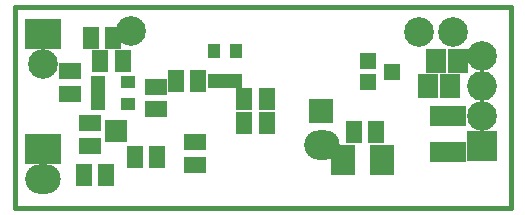
<source format=gbs>
G04 (created by PCBNEW-RS274X (2011-05-25)-stable) date Thu 12 Dec 2013 15:20:29 GMT*
G01*
G70*
G90*
%MOIN*%
G04 Gerber Fmt 3.4, Leading zero omitted, Abs format*
%FSLAX34Y34*%
G04 APERTURE LIST*
%ADD10C,0.006000*%
%ADD11C,0.015000*%
%ADD12R,0.050000X0.040000*%
%ADD13R,0.120000X0.070000*%
%ADD14R,0.075000X0.055000*%
%ADD15R,0.067200X0.079100*%
%ADD16R,0.055000X0.075000*%
%ADD17R,0.075000X0.075000*%
%ADD18C,0.098700*%
%ADD19O,0.118400X0.098700*%
%ADD20R,0.080000X0.100000*%
%ADD21R,0.040000X0.050000*%
%ADD22R,0.098700X0.098700*%
%ADD23O,0.098700X0.098700*%
%ADD24R,0.118400X0.098700*%
%ADD25R,0.056000X0.056000*%
%ADD26R,0.079100X0.079100*%
G04 APERTURE END LIST*
G54D10*
G54D11*
X49016Y-40354D02*
X49016Y-33661D01*
X65551Y-40354D02*
X49016Y-40354D01*
X65551Y-33661D02*
X65551Y-40354D01*
X49016Y-33661D02*
X65551Y-33661D01*
G54D12*
X51783Y-36910D03*
X51783Y-36160D03*
X52783Y-36910D03*
X51783Y-36535D03*
X52783Y-36160D03*
G54D13*
X63464Y-37313D03*
X63464Y-38513D03*
G54D14*
X50866Y-35806D03*
X50866Y-36556D03*
G54D15*
X63050Y-35472D03*
X63800Y-35472D03*
X63525Y-36299D03*
X62775Y-36299D03*
G54D16*
X53761Y-38661D03*
X53011Y-38661D03*
X51554Y-34685D03*
X52304Y-34685D03*
X51318Y-39252D03*
X52068Y-39252D03*
X54389Y-36142D03*
X55139Y-36142D03*
G54D14*
X51535Y-37538D03*
X51535Y-38288D03*
G54D16*
X51869Y-35472D03*
X52619Y-35472D03*
G54D14*
X55039Y-38168D03*
X55039Y-38918D03*
X53740Y-37068D03*
X53740Y-36318D03*
G54D17*
X52402Y-37795D03*
G54D18*
X63622Y-34488D03*
X62480Y-34488D03*
G54D19*
X59260Y-38256D03*
G54D18*
X52898Y-34461D03*
G54D20*
X59941Y-38780D03*
X61241Y-38780D03*
G54D21*
X56406Y-36126D03*
X55656Y-36126D03*
X56406Y-35126D03*
X56031Y-36126D03*
X55656Y-35126D03*
G54D16*
X57422Y-36732D03*
X56672Y-36732D03*
X57422Y-37520D03*
X56672Y-37520D03*
X60318Y-37835D03*
X61068Y-37835D03*
G54D22*
X64606Y-38311D03*
G54D18*
X64606Y-37311D03*
G54D23*
X64606Y-36311D03*
G54D18*
X64606Y-35311D03*
G54D24*
X49961Y-34579D03*
G54D18*
X49961Y-35579D03*
G54D24*
X49961Y-38398D03*
G54D19*
X49961Y-39398D03*
G54D25*
X60781Y-35477D03*
X60781Y-36177D03*
X61581Y-35827D03*
G54D26*
X59213Y-37126D03*
M02*

</source>
